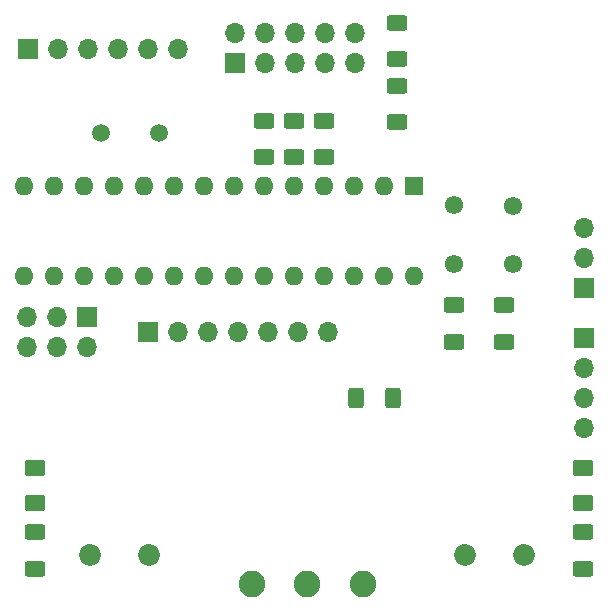
<source format=gbr>
%TF.GenerationSoftware,KiCad,Pcbnew,(7.0.0-0)*%
%TF.CreationDate,2023-06-23T15:16:10+02:00*%
%TF.ProjectId,RCcar,52436361-722e-46b6-9963-61645f706362,rev?*%
%TF.SameCoordinates,Original*%
%TF.FileFunction,Soldermask,Top*%
%TF.FilePolarity,Negative*%
%FSLAX46Y46*%
G04 Gerber Fmt 4.6, Leading zero omitted, Abs format (unit mm)*
G04 Created by KiCad (PCBNEW (7.0.0-0)) date 2023-06-23 15:16:10*
%MOMM*%
%LPD*%
G01*
G04 APERTURE LIST*
G04 Aperture macros list*
%AMRoundRect*
0 Rectangle with rounded corners*
0 $1 Rounding radius*
0 $2 $3 $4 $5 $6 $7 $8 $9 X,Y pos of 4 corners*
0 Add a 4 corners polygon primitive as box body*
4,1,4,$2,$3,$4,$5,$6,$7,$8,$9,$2,$3,0*
0 Add four circle primitives for the rounded corners*
1,1,$1+$1,$2,$3*
1,1,$1+$1,$4,$5*
1,1,$1+$1,$6,$7*
1,1,$1+$1,$8,$9*
0 Add four rect primitives between the rounded corners*
20,1,$1+$1,$2,$3,$4,$5,0*
20,1,$1+$1,$4,$5,$6,$7,0*
20,1,$1+$1,$6,$7,$8,$9,0*
20,1,$1+$1,$8,$9,$2,$3,0*%
G04 Aperture macros list end*
%ADD10RoundRect,0.250000X0.625000X-0.400000X0.625000X0.400000X-0.625000X0.400000X-0.625000X-0.400000X0*%
%ADD11R,1.700000X1.700000*%
%ADD12O,1.700000X1.700000*%
%ADD13RoundRect,0.250001X-0.624999X0.462499X-0.624999X-0.462499X0.624999X-0.462499X0.624999X0.462499X0*%
%ADD14C,2.250000*%
%ADD15C,1.500000*%
%ADD16C,1.850000*%
%ADD17RoundRect,0.250000X-0.625000X0.400000X-0.625000X-0.400000X0.625000X-0.400000X0.625000X0.400000X0*%
%ADD18R,1.600000X1.600000*%
%ADD19O,1.600000X1.600000*%
%ADD20RoundRect,0.250000X0.400000X0.625000X-0.400000X0.625000X-0.400000X-0.625000X0.400000X-0.625000X0*%
%ADD21C,1.550000*%
G04 APERTURE END LIST*
D10*
%TO.C,R12*%
X68700000Y-75600000D03*
X68700000Y-72500000D03*
%TD*%
%TO.C,R15*%
X79600000Y-94800000D03*
X79600000Y-91700000D03*
%TD*%
D11*
%TO.C,J9*%
X37624999Y-73474999D03*
D12*
X37624999Y-76014999D03*
X35084999Y-73474999D03*
X35084999Y-76014999D03*
X32544999Y-73474999D03*
X32544999Y-76014999D03*
%TD*%
D11*
%TO.C,J4*%
X79699999Y-75249999D03*
D12*
X79699999Y-77789999D03*
X79699999Y-80329999D03*
X79699999Y-82869999D03*
%TD*%
D13*
%TO.C,D3*%
X79600000Y-86262500D03*
X79600000Y-89237500D03*
%TD*%
D14*
%TO.C,SW3*%
X51550000Y-96100000D03*
X56250000Y-96100000D03*
X60950000Y-96100000D03*
%TD*%
D10*
%TO.C,R1*%
X33200000Y-94800000D03*
X33200000Y-91700000D03*
%TD*%
D15*
%TO.C,Y1*%
X38800000Y-57900000D03*
X43680000Y-57900000D03*
%TD*%
D16*
%TO.C,J5*%
X37850000Y-93650000D03*
X42850000Y-93650000D03*
%TD*%
D17*
%TO.C,R5*%
X63900000Y-53900000D03*
X63900000Y-57000000D03*
%TD*%
%TO.C,R19*%
X57700000Y-56850000D03*
X57700000Y-59950000D03*
%TD*%
D13*
%TO.C,D1*%
X33200000Y-86262500D03*
X33200000Y-89237500D03*
%TD*%
D11*
%TO.C,J3*%
X32599999Y-50799999D03*
D12*
X35139999Y-50799999D03*
X37679999Y-50799999D03*
X40219999Y-50799999D03*
X42759999Y-50799999D03*
X45299999Y-50799999D03*
%TD*%
D17*
%TO.C,R18*%
X55150000Y-56850000D03*
X55150000Y-59950000D03*
%TD*%
%TO.C,R14*%
X72950000Y-72500000D03*
X72950000Y-75600000D03*
%TD*%
D11*
%TO.C,J6*%
X42789999Y-74749999D03*
D12*
X45329999Y-74749999D03*
X47869999Y-74749999D03*
X50409999Y-74749999D03*
X52949999Y-74749999D03*
X55489999Y-74749999D03*
X58029999Y-74749999D03*
%TD*%
D17*
%TO.C,R17*%
X52600000Y-56850000D03*
X52600000Y-59950000D03*
%TD*%
D10*
%TO.C,R4*%
X63900000Y-51650000D03*
X63900000Y-48550000D03*
%TD*%
D11*
%TO.C,J1*%
X50174999Y-51974999D03*
D12*
X50174999Y-49434999D03*
X52714999Y-51974999D03*
X52714999Y-49434999D03*
X55254999Y-51974999D03*
X55254999Y-49434999D03*
X57794999Y-51974999D03*
X57794999Y-49434999D03*
X60334999Y-51974999D03*
X60334999Y-49434999D03*
%TD*%
D18*
%TO.C,U2*%
X65299999Y-62399999D03*
D19*
X62759999Y-62399999D03*
X60219999Y-62399999D03*
X57679999Y-62399999D03*
X55139999Y-62399999D03*
X52599999Y-62399999D03*
X50059999Y-62399999D03*
X47519999Y-62399999D03*
X44979999Y-62399999D03*
X42439999Y-62399999D03*
X39899999Y-62399999D03*
X37359999Y-62399999D03*
X34819999Y-62399999D03*
X32279999Y-62399999D03*
X32279999Y-70019999D03*
X34819999Y-70019999D03*
X37359999Y-70019999D03*
X39899999Y-70019999D03*
X42439999Y-70019999D03*
X44979999Y-70019999D03*
X47519999Y-70019999D03*
X50059999Y-70019999D03*
X52599999Y-70019999D03*
X55139999Y-70019999D03*
X57679999Y-70019999D03*
X60219999Y-70019999D03*
X62759999Y-70019999D03*
X65299999Y-70019999D03*
%TD*%
D11*
%TO.C,J2*%
X79699999Y-70989999D03*
D12*
X79699999Y-68449999D03*
X79699999Y-65909999D03*
%TD*%
D16*
%TO.C,J7*%
X69650000Y-93650000D03*
X74650000Y-93650000D03*
%TD*%
D20*
%TO.C,R13*%
X63500000Y-80350000D03*
X60400000Y-80350000D03*
%TD*%
D21*
%TO.C,SW2*%
X68700000Y-69000000D03*
X68700000Y-64000000D03*
X73700000Y-69000000D03*
X73700000Y-64100000D03*
%TD*%
M02*

</source>
